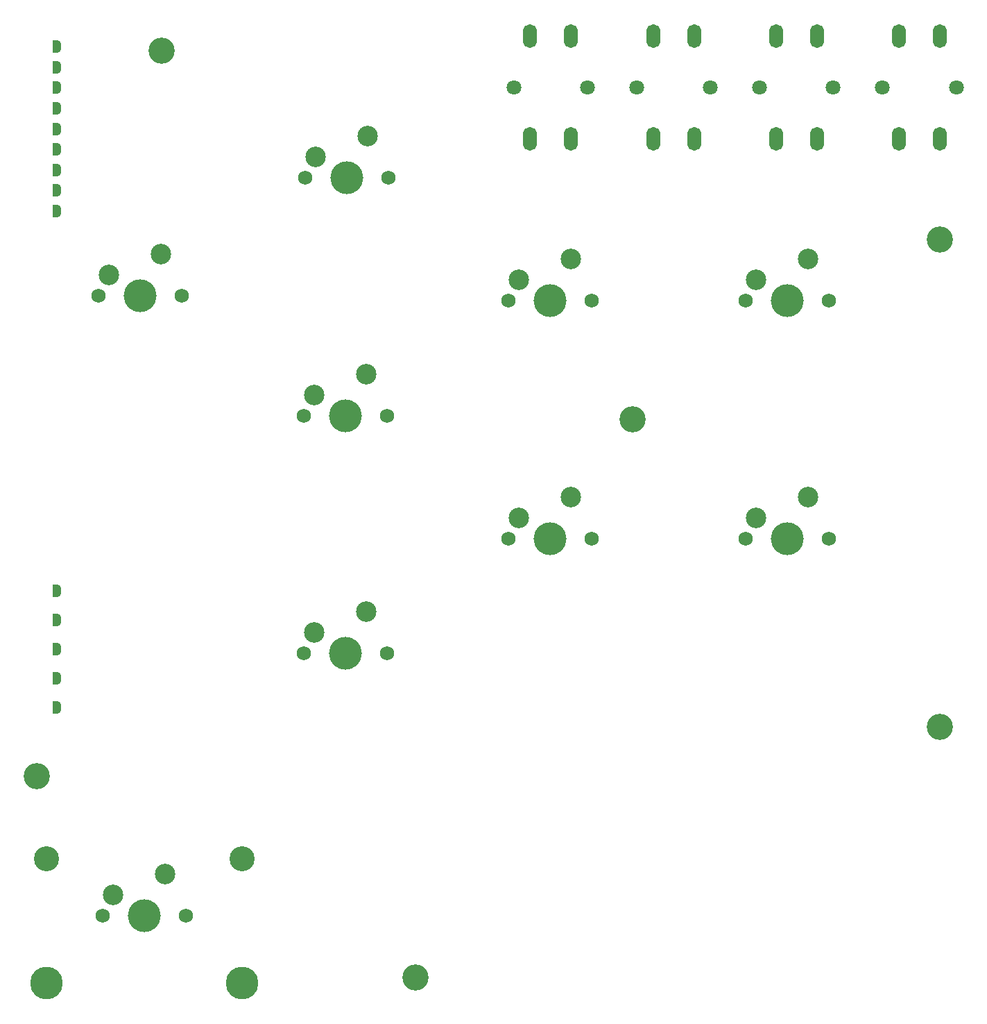
<source format=gbr>
%TF.GenerationSoftware,KiCad,Pcbnew,8.0.4*%
%TF.CreationDate,2024-07-23T17:58:48-07:00*%
%TF.ProjectId,2board_b,32626f61-7264-45f6-922e-6b696361645f,rev?*%
%TF.SameCoordinates,Original*%
%TF.FileFunction,Soldermask,Top*%
%TF.FilePolarity,Negative*%
%FSLAX46Y46*%
G04 Gerber Fmt 4.6, Leading zero omitted, Abs format (unit mm)*
G04 Created by KiCad (PCBNEW 8.0.4) date 2024-07-23 17:58:48*
%MOMM*%
%LPD*%
G01*
G04 APERTURE LIST*
G04 Aperture macros list*
%AMFreePoly0*
4,1,19,0.000000,0.744911,0.071157,0.744911,0.207708,0.704816,0.327430,0.627875,0.420627,0.520320,0.479746,0.390866,0.500000,0.250000,0.500000,-0.250000,0.479746,-0.390866,0.420627,-0.520320,0.327430,-0.627875,0.207708,-0.704816,0.071157,-0.744911,0.000000,-0.744911,0.000000,-0.750000,-0.500000,-0.750000,-0.500000,0.750000,0.000000,0.750000,0.000000,0.744911,0.000000,0.744911,
$1*%
G04 Aperture macros list end*
%ADD10FreePoly0,0.000000*%
%ADD11C,3.048000*%
%ADD12C,3.987800*%
%ADD13C,3.200000*%
%ADD14C,1.750000*%
%ADD15C,4.000000*%
%ADD16C,2.500000*%
%ADD17C,1.800000*%
%ADD18O,1.700000X2.900000*%
G04 APERTURE END LIST*
D10*
%TO.C,JP12*%
X95315000Y-97480000D03*
%TD*%
%TO.C,JP2*%
X95315000Y-26500000D03*
%TD*%
%TO.C,JP14*%
X95315000Y-104580000D03*
%TD*%
%TO.C,JP11*%
X95315000Y-93930000D03*
%TD*%
%TO.C,JP9*%
X95315000Y-44050000D03*
%TD*%
%TO.C,JP6*%
X95315000Y-36550000D03*
%TD*%
%TO.C,JP4*%
X95315000Y-31550000D03*
%TD*%
%TO.C,JP5*%
X95315000Y-34050000D03*
%TD*%
%TO.C,JP8*%
X95315000Y-41550000D03*
%TD*%
%TO.C,JP1*%
X95315000Y-24000000D03*
%TD*%
%TO.C,JP13*%
X95315000Y-101030000D03*
%TD*%
%TO.C,JP7*%
X95315000Y-39050000D03*
%TD*%
%TO.C,JP3*%
X95315000Y-29000000D03*
%TD*%
%TO.C,JP10*%
X95315000Y-90380000D03*
%TD*%
D11*
%TO.C,S1*%
X94097000Y-123025000D03*
D12*
X94097000Y-138235000D03*
D11*
X117973000Y-123025000D03*
D12*
X117973000Y-138235000D03*
%TD*%
D13*
%TO.C,H10*%
X92875000Y-113000000D03*
%TD*%
%TO.C,H9*%
X165625000Y-69500000D03*
%TD*%
D14*
%TO.C,SW3_MK1*%
X150448943Y-84000000D03*
D15*
X155528943Y-84000000D03*
D14*
X160608943Y-84000000D03*
D16*
X151718943Y-81460000D03*
X158068943Y-78920000D03*
%TD*%
D13*
%TO.C,H4*%
X139125000Y-137500000D03*
%TD*%
D14*
%TO.C,SW4_LP1*%
X125448943Y-69000000D03*
D15*
X130528943Y-69000000D03*
D14*
X135608943Y-69000000D03*
D16*
X126718943Y-66460000D03*
X133068943Y-63920000D03*
%TD*%
D13*
%TO.C,H3*%
X108125000Y-24500000D03*
%TD*%
D14*
%TO.C,SW6_DI1*%
X125629257Y-40000561D03*
D15*
X130709257Y-40000561D03*
D14*
X135789257Y-40000561D03*
D16*
X126899257Y-37460561D03*
X133249257Y-34920561D03*
%TD*%
D17*
%TO.C,SW11_START1*%
X151125000Y-29000000D03*
X160125000Y-29000000D03*
D18*
X153125000Y-35250000D03*
X153125000Y-22750000D03*
X158125000Y-35250000D03*
X158125000Y-22750000D03*
%TD*%
D17*
%TO.C,SW15_TOUCHPAD1*%
X196125000Y-29000000D03*
X205125000Y-29000000D03*
D18*
X198125000Y-35250000D03*
X198125000Y-22750000D03*
X203125000Y-35250000D03*
X203125000Y-22750000D03*
%TD*%
D14*
%TO.C,SW5_MP1*%
X150448943Y-55000000D03*
D15*
X155528943Y-55000000D03*
D14*
X160608943Y-55000000D03*
D16*
X151718943Y-52460000D03*
X158068943Y-49920000D03*
%TD*%
D17*
%TO.C,SW14_PS1*%
X181125000Y-29000000D03*
X190125000Y-29000000D03*
D18*
X183125000Y-35250000D03*
X183125000Y-22750000D03*
X188125000Y-35250000D03*
X188125000Y-22750000D03*
%TD*%
D14*
%TO.C,SW2_LK1*%
X125448943Y-98000000D03*
D15*
X130528943Y-98000000D03*
D14*
X135608943Y-98000000D03*
D16*
X126718943Y-95460000D03*
X133068943Y-92920000D03*
%TD*%
D14*
%TO.C,SW9_HK1*%
X179448943Y-84000000D03*
D15*
X184528943Y-84000000D03*
D14*
X189608943Y-84000000D03*
D16*
X180718943Y-81460000D03*
X187068943Y-78920000D03*
%TD*%
D13*
%TO.C,H5*%
X203125000Y-107000000D03*
%TD*%
D14*
%TO.C,SW12_THROW1*%
X100430906Y-54354124D03*
D15*
X105510906Y-54354124D03*
D14*
X110590906Y-54354124D03*
D16*
X101700906Y-51814124D03*
X108050906Y-49274124D03*
%TD*%
D17*
%TO.C,SW10_SHARE1*%
X166125000Y-29000000D03*
X175125000Y-29000000D03*
D18*
X168125000Y-35250000D03*
X168125000Y-22750000D03*
X173125000Y-35250000D03*
X173125000Y-22750000D03*
%TD*%
D14*
%TO.C,SW16_SPACE1*%
X100955000Y-130010000D03*
D15*
X106035000Y-130010000D03*
D14*
X111115000Y-130010000D03*
D16*
X102225000Y-127470000D03*
X108575000Y-124930000D03*
%TD*%
D14*
%TO.C,SW7_HP1*%
X179448943Y-55000000D03*
D15*
X184528943Y-55000000D03*
D14*
X189608943Y-55000000D03*
D16*
X180718943Y-52460000D03*
X187068943Y-49920000D03*
%TD*%
D13*
%TO.C,H6*%
X203125000Y-47500000D03*
%TD*%
M02*

</source>
